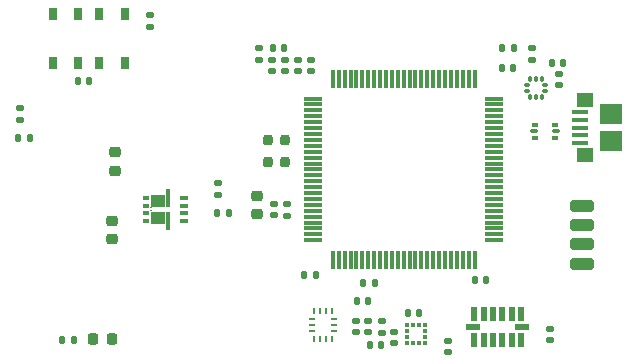
<source format=gbr>
%TF.GenerationSoftware,KiCad,Pcbnew,8.0.6*%
%TF.CreationDate,2025-01-17T09:04:30-05:00*%
%TF.ProjectId,Vanguard_V2,56616e67-7561-4726-945f-56322e6b6963,rev?*%
%TF.SameCoordinates,Original*%
%TF.FileFunction,Paste,Top*%
%TF.FilePolarity,Positive*%
%FSLAX46Y46*%
G04 Gerber Fmt 4.6, Leading zero omitted, Abs format (unit mm)*
G04 Created by KiCad (PCBNEW 8.0.6) date 2025-01-17 09:04:30*
%MOMM*%
%LPD*%
G01*
G04 APERTURE LIST*
G04 Aperture macros list*
%AMRoundRect*
0 Rectangle with rounded corners*
0 $1 Rounding radius*
0 $2 $3 $4 $5 $6 $7 $8 $9 X,Y pos of 4 corners*
0 Add a 4 corners polygon primitive as box body*
4,1,4,$2,$3,$4,$5,$6,$7,$8,$9,$2,$3,0*
0 Add four circle primitives for the rounded corners*
1,1,$1+$1,$2,$3*
1,1,$1+$1,$4,$5*
1,1,$1+$1,$6,$7*
1,1,$1+$1,$8,$9*
0 Add four rect primitives between the rounded corners*
20,1,$1+$1,$2,$3,$4,$5,0*
20,1,$1+$1,$4,$5,$6,$7,0*
20,1,$1+$1,$6,$7,$8,$9,0*
20,1,$1+$1,$8,$9,$2,$3,0*%
G04 Aperture macros list end*
%ADD10R,0.760000X0.350000*%
%ADD11R,0.600000X0.400000*%
%ADD12R,1.310000X1.010000*%
%ADD13R,0.430000X1.510000*%
%ADD14R,0.090000X1.130000*%
%ADD15R,0.160000X0.065000*%
%ADD16R,0.550000X1.145000*%
%ADD17R,1.145000X0.550000*%
%ADD18RoundRect,0.135000X-0.135000X-0.185000X0.135000X-0.185000X0.135000X0.185000X-0.135000X0.185000X0*%
%ADD19RoundRect,0.135000X-0.185000X0.135000X-0.185000X-0.135000X0.185000X-0.135000X0.185000X0.135000X0*%
%ADD20RoundRect,0.087500X-0.125000X-0.087500X0.125000X-0.087500X0.125000X0.087500X-0.125000X0.087500X0*%
%ADD21RoundRect,0.087500X-0.087500X-0.125000X0.087500X-0.125000X0.087500X0.125000X-0.087500X0.125000X0*%
%ADD22RoundRect,0.140000X0.140000X0.170000X-0.140000X0.170000X-0.140000X-0.170000X0.140000X-0.170000X0*%
%ADD23RoundRect,0.140000X0.170000X-0.140000X0.170000X0.140000X-0.170000X0.140000X-0.170000X-0.140000X0*%
%ADD24RoundRect,0.250000X0.750000X-0.250000X0.750000X0.250000X-0.750000X0.250000X-0.750000X-0.250000X0*%
%ADD25RoundRect,0.218750X-0.256250X0.218750X-0.256250X-0.218750X0.256250X-0.218750X0.256250X0.218750X0*%
%ADD26R,0.250000X0.475000*%
%ADD27R,0.475000X0.250000*%
%ADD28RoundRect,0.140000X-0.170000X0.140000X-0.170000X-0.140000X0.170000X-0.140000X0.170000X0.140000X0*%
%ADD29RoundRect,0.140000X-0.140000X-0.170000X0.140000X-0.170000X0.140000X0.170000X-0.140000X0.170000X0*%
%ADD30R,0.650000X1.050000*%
%ADD31RoundRect,0.218750X0.256250X-0.218750X0.256250X0.218750X-0.256250X0.218750X-0.256250X-0.218750X0*%
%ADD32RoundRect,0.135000X0.135000X0.185000X-0.135000X0.185000X-0.135000X-0.185000X0.135000X-0.185000X0*%
%ADD33RoundRect,0.075000X-0.725000X-0.075000X0.725000X-0.075000X0.725000X0.075000X-0.725000X0.075000X0*%
%ADD34RoundRect,0.075000X-0.075000X-0.725000X0.075000X-0.725000X0.075000X0.725000X-0.075000X0.725000X0*%
%ADD35R,0.375000X0.350000*%
%ADD36R,0.350000X0.375000*%
%ADD37R,1.400000X0.400000*%
%ADD38R,1.450000X1.150000*%
%ADD39R,1.900000X1.750000*%
%ADD40RoundRect,0.093750X0.156250X0.093750X-0.156250X0.093750X-0.156250X-0.093750X0.156250X-0.093750X0*%
%ADD41RoundRect,0.075000X0.250000X0.075000X-0.250000X0.075000X-0.250000X-0.075000X0.250000X-0.075000X0*%
%ADD42RoundRect,0.225000X-0.250000X0.225000X-0.250000X-0.225000X0.250000X-0.225000X0.250000X0.225000X0*%
%ADD43RoundRect,0.218750X0.218750X0.256250X-0.218750X0.256250X-0.218750X-0.256250X0.218750X-0.256250X0*%
%ADD44RoundRect,0.200000X-0.200000X-0.250000X0.200000X-0.250000X0.200000X0.250000X-0.200000X0.250000X0*%
%ADD45RoundRect,0.250000X-0.750000X0.250000X-0.750000X-0.250000X0.750000X-0.250000X0.750000X0.250000X0*%
%ADD46RoundRect,0.135000X0.185000X-0.135000X0.185000X0.135000X-0.185000X0.135000X-0.185000X-0.135000X0*%
G04 APERTURE END LIST*
D10*
%TO.C,Q1*%
X115700000Y-91250000D03*
X115700000Y-90600000D03*
X115700000Y-89950000D03*
X115700000Y-89300000D03*
D11*
X112520000Y-89300000D03*
X112520000Y-89950000D03*
X112520000Y-90600000D03*
X112520000Y-91250000D03*
D12*
X113475000Y-90970000D03*
D13*
X114345000Y-91220000D03*
D14*
X114605000Y-91030000D03*
X114605000Y-89520000D03*
D13*
X114345000Y-89330000D03*
D12*
X113475000Y-89580000D03*
D15*
X112900000Y-90433000D03*
X112900000Y-90117000D03*
%TD*%
D16*
%TO.C,IC3*%
X140272000Y-101300000D03*
X141072000Y-101300000D03*
X141872000Y-101300000D03*
X142672000Y-101300000D03*
X143472000Y-101300000D03*
X144272000Y-101300000D03*
D17*
X144370000Y-100202000D03*
D16*
X144272000Y-99104000D03*
X143472000Y-99104000D03*
X142672000Y-99104000D03*
X141872000Y-99104000D03*
X141072000Y-99104000D03*
X140272000Y-99104000D03*
D17*
X140174000Y-100202000D03*
%TD*%
D18*
%TO.C,R4*%
X105390000Y-101300000D03*
X106410000Y-101300000D03*
%TD*%
D19*
%TO.C,R8*%
X101800000Y-81700000D03*
X101800000Y-82720000D03*
%TD*%
D20*
%TO.C,U4*%
X144779500Y-79760000D03*
X144779500Y-80260000D03*
D21*
X145042000Y-80772500D03*
X145542000Y-80772500D03*
X146042000Y-80772500D03*
D20*
X146304500Y-80260000D03*
X146304500Y-79760000D03*
D21*
X146042000Y-79247500D03*
X145542000Y-79247500D03*
X145042000Y-79247500D03*
%TD*%
D22*
%TO.C,C18*%
X107680000Y-79400000D03*
X106720000Y-79400000D03*
%TD*%
D23*
%TO.C,C27*%
X132461000Y-100683000D03*
X132461000Y-99723000D03*
%TD*%
D24*
%TO.C,TP2*%
X149400000Y-91600000D03*
%TD*%
D23*
%TO.C,C3*%
X123317000Y-90749000D03*
X123317000Y-89789000D03*
%TD*%
%TO.C,C24*%
X131318000Y-100655000D03*
X131318000Y-99695000D03*
%TD*%
D22*
%TO.C,C20*%
X143580000Y-78300000D03*
X142620000Y-78300000D03*
%TD*%
D25*
%TO.C,D4*%
X109600000Y-91212500D03*
X109600000Y-92787500D03*
%TD*%
D23*
%TO.C,C4*%
X124460000Y-90777000D03*
X124460000Y-89817000D03*
%TD*%
D26*
%TO.C,IC4*%
X126735000Y-101227000D03*
X127235000Y-101227000D03*
X127735000Y-101227000D03*
X128235000Y-101227000D03*
D27*
X128397000Y-100564000D03*
X128397000Y-100064000D03*
X128397000Y-99564000D03*
D26*
X128235000Y-98901000D03*
X127735000Y-98901000D03*
X127235000Y-98901000D03*
X126735000Y-98901000D03*
D27*
X126573000Y-99564000D03*
X126573000Y-100064000D03*
X126573000Y-100564000D03*
%TD*%
D28*
%TO.C,C9*%
X123200000Y-77620000D03*
X123200000Y-78580000D03*
%TD*%
D29*
%TO.C,C19*%
X140320000Y-96200000D03*
X141280000Y-96200000D03*
%TD*%
D24*
%TO.C,TP1*%
X149400000Y-90000000D03*
%TD*%
D30*
%TO.C,SW2*%
X110676000Y-73744000D03*
X110676000Y-77894000D03*
X108526000Y-73744000D03*
X108526000Y-77894000D03*
%TD*%
D19*
%TO.C,R5*%
X112800000Y-73790000D03*
X112800000Y-74810000D03*
%TD*%
D31*
%TO.C,D5*%
X109900000Y-86987500D03*
X109900000Y-85412500D03*
%TD*%
D23*
%TO.C,C26*%
X130290932Y-100651932D03*
X130290932Y-99691932D03*
%TD*%
D30*
%TO.C,SW1*%
X104589000Y-77894000D03*
X104589000Y-73744000D03*
X106739000Y-77894000D03*
X106739000Y-73744000D03*
%TD*%
D22*
%TO.C,C1*%
X147800000Y-77851000D03*
X146840000Y-77851000D03*
%TD*%
D18*
%TO.C,R13*%
X118490000Y-90600000D03*
X119510000Y-90600000D03*
%TD*%
D22*
%TO.C,C29*%
X132433000Y-101700000D03*
X131473000Y-101700000D03*
%TD*%
D23*
%TO.C,C2*%
X147500000Y-79728000D03*
X147500000Y-78768000D03*
%TD*%
D22*
%TO.C,C28*%
X135608000Y-99060000D03*
X134648000Y-99060000D03*
%TD*%
D32*
%TO.C,R6*%
X131910000Y-96500000D03*
X130890000Y-96500000D03*
%TD*%
D33*
%TO.C,U1*%
X126636000Y-80876000D03*
X126636000Y-81376000D03*
X126636000Y-81876000D03*
X126636000Y-82376000D03*
X126636000Y-82876000D03*
X126636000Y-83376000D03*
X126636000Y-83876000D03*
X126636000Y-84376000D03*
X126636000Y-84876000D03*
X126636000Y-85376000D03*
X126636000Y-85876000D03*
X126636000Y-86376000D03*
X126636000Y-86876000D03*
X126636000Y-87376000D03*
X126636000Y-87876000D03*
X126636000Y-88376000D03*
X126636000Y-88876000D03*
X126636000Y-89376000D03*
X126636000Y-89876000D03*
X126636000Y-90376000D03*
X126636000Y-90876000D03*
X126636000Y-91376000D03*
X126636000Y-91876000D03*
X126636000Y-92376000D03*
X126636000Y-92876000D03*
D34*
X128311000Y-94551000D03*
X128811000Y-94551000D03*
X129311000Y-94551000D03*
X129811000Y-94551000D03*
X130311000Y-94551000D03*
X130811000Y-94551000D03*
X131311000Y-94551000D03*
X131811000Y-94551000D03*
X132311000Y-94551000D03*
X132811000Y-94551000D03*
X133311000Y-94551000D03*
X133811000Y-94551000D03*
X134311000Y-94551000D03*
X134811000Y-94551000D03*
X135311000Y-94551000D03*
X135811000Y-94551000D03*
X136311000Y-94551000D03*
X136811000Y-94551000D03*
X137311000Y-94551000D03*
X137811000Y-94551000D03*
X138311000Y-94551000D03*
X138811000Y-94551000D03*
X139311000Y-94551000D03*
X139811000Y-94551000D03*
X140311000Y-94551000D03*
D33*
X141986000Y-92876000D03*
X141986000Y-92376000D03*
X141986000Y-91876000D03*
X141986000Y-91376000D03*
X141986000Y-90876000D03*
X141986000Y-90376000D03*
X141986000Y-89876000D03*
X141986000Y-89376000D03*
X141986000Y-88876000D03*
X141986000Y-88376000D03*
X141986000Y-87876000D03*
X141986000Y-87376000D03*
X141986000Y-86876000D03*
X141986000Y-86376000D03*
X141986000Y-85876000D03*
X141986000Y-85376000D03*
X141986000Y-84876000D03*
X141986000Y-84376000D03*
X141986000Y-83876000D03*
X141986000Y-83376000D03*
X141986000Y-82876000D03*
X141986000Y-82376000D03*
X141986000Y-81876000D03*
X141986000Y-81376000D03*
X141986000Y-80876000D03*
D34*
X140311000Y-79201000D03*
X139811000Y-79201000D03*
X139311000Y-79201000D03*
X138811000Y-79201000D03*
X138311000Y-79201000D03*
X137811000Y-79201000D03*
X137311000Y-79201000D03*
X136811000Y-79201000D03*
X136311000Y-79201000D03*
X135811000Y-79201000D03*
X135311000Y-79201000D03*
X134811000Y-79201000D03*
X134311000Y-79201000D03*
X133811000Y-79201000D03*
X133311000Y-79201000D03*
X132811000Y-79201000D03*
X132311000Y-79201000D03*
X131811000Y-79201000D03*
X131311000Y-79201000D03*
X130811000Y-79201000D03*
X130311000Y-79201000D03*
X129811000Y-79201000D03*
X129311000Y-79201000D03*
X128811000Y-79201000D03*
X128311000Y-79201000D03*
%TD*%
D28*
%TO.C,C10*%
X124300000Y-77620000D03*
X124300000Y-78580000D03*
%TD*%
D23*
%TO.C,C30*%
X133477000Y-101572000D03*
X133477000Y-100612000D03*
%TD*%
D35*
%TO.C,U5*%
X136144500Y-101588000D03*
X136144500Y-101088000D03*
X136144500Y-100588000D03*
X136144500Y-100088000D03*
D36*
X135632000Y-100075500D03*
X135132000Y-100075500D03*
D35*
X134619500Y-100088000D03*
X134619500Y-100588000D03*
X134619500Y-101088000D03*
X134619500Y-101588000D03*
D36*
X135132000Y-101600500D03*
X135632000Y-101600500D03*
%TD*%
D18*
%TO.C,R7*%
X125890000Y-95800000D03*
X126910000Y-95800000D03*
%TD*%
D19*
%TO.C,R14*%
X118600000Y-87990000D03*
X118600000Y-89010000D03*
%TD*%
D24*
%TO.C,TP3*%
X149400000Y-93200000D03*
%TD*%
D29*
%TO.C,C14*%
X123220000Y-76600000D03*
X124180000Y-76600000D03*
%TD*%
D23*
%TO.C,C22*%
X146685000Y-101318000D03*
X146685000Y-100358000D03*
%TD*%
D37*
%TO.C,J8*%
X149242000Y-84631000D03*
X149242000Y-83981000D03*
X149242000Y-83331000D03*
X149242000Y-82681000D03*
X149242000Y-82031000D03*
D38*
X149662000Y-85651000D03*
D39*
X151892000Y-84456000D03*
X151892000Y-82206000D03*
D38*
X149662000Y-81011000D03*
%TD*%
D32*
%TO.C,R2*%
X143639000Y-76581000D03*
X142619000Y-76581000D03*
%TD*%
D40*
%TO.C,U3*%
X147122000Y-84186000D03*
D41*
X147197000Y-83648500D03*
D40*
X147122000Y-83111000D03*
X145422000Y-83111000D03*
D41*
X145347000Y-83648500D03*
D40*
X145422000Y-84186000D03*
%TD*%
D42*
%TO.C,FB1*%
X121920000Y-89141000D03*
X121920000Y-90691000D03*
%TD*%
D23*
%TO.C,C13*%
X122100000Y-77580000D03*
X122100000Y-76620000D03*
%TD*%
D43*
%TO.C,D1*%
X109587500Y-101200000D03*
X108012500Y-101200000D03*
%TD*%
D28*
%TO.C,C21*%
X138049000Y-101374000D03*
X138049000Y-102334000D03*
%TD*%
%TO.C,C11*%
X125400000Y-77620000D03*
X125400000Y-78580000D03*
%TD*%
D44*
%TO.C,X1*%
X122846000Y-84419000D03*
X122846000Y-86269000D03*
X124296000Y-86269000D03*
X124296000Y-84419000D03*
%TD*%
D45*
%TO.C,TP4*%
X149400000Y-94900000D03*
%TD*%
D32*
%TO.C,R9*%
X102710000Y-84190000D03*
X101690000Y-84190000D03*
%TD*%
D28*
%TO.C,C12*%
X126500000Y-77620000D03*
X126500000Y-78580000D03*
%TD*%
D46*
%TO.C,R1*%
X145161000Y-77599000D03*
X145161000Y-76579000D03*
%TD*%
D29*
%TO.C,C25*%
X130320000Y-98000000D03*
X131280000Y-98000000D03*
%TD*%
M02*

</source>
